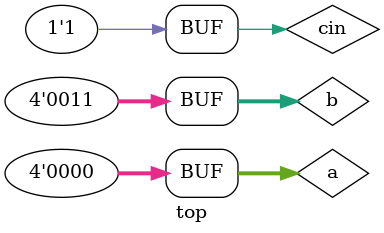
<source format=v>
`include "coe17b024_exp1_4bitadder_v1.v"

module top;

reg[3:0] a, b;
reg cin;
wire[3:0] sum;
wire ca;

     FourBitAdder FBA_0(a,b,cin,sum,ca);

initial
begin
	a=0;
	b=0;
	cin=1;
	#100 
	a = 4;
	b = 2;
	cin = 0;
	#100
	a =0;
	b = 3;
	cin = 1;
end

initial
begin
	$monitor($time, "a = %d, b = %d,cin = %b, Sum = %d, ca = %b",a,b,cin,sum, ca);
	$dumpfile("Frbit.vcd");
	$dumpvars;
end

endmodule

</source>
